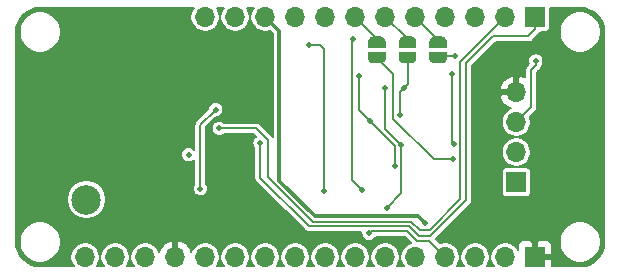
<source format=gbr>
G04 #@! TF.GenerationSoftware,KiCad,Pcbnew,(5.1.5-0-10_14)*
G04 #@! TF.CreationDate,2020-02-04T14:09:25+01:00*
G04 #@! TF.ProjectId,FeatherCAN,46656174-6865-4724-9341-4e2e6b696361,1.0*
G04 #@! TF.SameCoordinates,Original*
G04 #@! TF.FileFunction,Copper,L2,Bot*
G04 #@! TF.FilePolarity,Positive*
%FSLAX46Y46*%
G04 Gerber Fmt 4.6, Leading zero omitted, Abs format (unit mm)*
G04 Created by KiCad (PCBNEW (5.1.5-0-10_14)) date 2020-02-04 14:09:25*
%MOMM*%
%LPD*%
G04 APERTURE LIST*
%ADD10R,1.700000X1.700000*%
%ADD11O,1.700000X1.700000*%
%ADD12C,2.500000*%
%ADD13C,0.100000*%
%ADD14C,0.500000*%
%ADD15C,0.200000*%
%ADD16C,0.300000*%
G04 APERTURE END LIST*
D10*
X160650000Y-95870000D03*
D11*
X158110000Y-95870000D03*
X155570000Y-95870000D03*
X153030000Y-95870000D03*
X150490000Y-95870000D03*
X147950000Y-95870000D03*
X145410000Y-95870000D03*
X142870000Y-95870000D03*
X140330000Y-95870000D03*
X137790000Y-95870000D03*
X135250000Y-95870000D03*
X132710000Y-95870000D03*
D10*
X160650000Y-116190000D03*
D11*
X158110000Y-116190000D03*
X155570000Y-116190000D03*
X153030000Y-116190000D03*
X150490000Y-116190000D03*
X147950000Y-116190000D03*
X145410000Y-116190000D03*
X142870000Y-116190000D03*
X140330000Y-116190000D03*
X137790000Y-116190000D03*
X135250000Y-116190000D03*
X132710000Y-116190000D03*
X130170000Y-116190000D03*
X127630000Y-116190000D03*
X125090000Y-116190000D03*
X122550000Y-116190000D03*
D10*
X159050000Y-109850000D03*
D11*
X159050000Y-107310000D03*
X159050000Y-104770000D03*
X159050000Y-102230000D03*
D12*
X122650000Y-111325000D03*
G04 #@! TA.AperFunction,SMDPad,CuDef*
D13*
G36*
X150600000Y-98800000D02*
G01*
X150600000Y-99300000D01*
X150599398Y-99300000D01*
X150599398Y-99324534D01*
X150594588Y-99373365D01*
X150585016Y-99421490D01*
X150570772Y-99468445D01*
X150551995Y-99513778D01*
X150528864Y-99557051D01*
X150501604Y-99597850D01*
X150470476Y-99635779D01*
X150435779Y-99670476D01*
X150397850Y-99701604D01*
X150357051Y-99728864D01*
X150313778Y-99751995D01*
X150268445Y-99770772D01*
X150221490Y-99785016D01*
X150173365Y-99794588D01*
X150124534Y-99799398D01*
X150100000Y-99799398D01*
X150100000Y-99800000D01*
X149600000Y-99800000D01*
X149600000Y-99799398D01*
X149575466Y-99799398D01*
X149526635Y-99794588D01*
X149478510Y-99785016D01*
X149431555Y-99770772D01*
X149386222Y-99751995D01*
X149342949Y-99728864D01*
X149302150Y-99701604D01*
X149264221Y-99670476D01*
X149229524Y-99635779D01*
X149198396Y-99597850D01*
X149171136Y-99557051D01*
X149148005Y-99513778D01*
X149129228Y-99468445D01*
X149114984Y-99421490D01*
X149105412Y-99373365D01*
X149100602Y-99324534D01*
X149100602Y-99300000D01*
X149100000Y-99300000D01*
X149100000Y-98800000D01*
X150600000Y-98800000D01*
G37*
G04 #@! TD.AperFunction*
G04 #@! TA.AperFunction,SMDPad,CuDef*
G36*
X149100602Y-98000000D02*
G01*
X149100602Y-97975466D01*
X149105412Y-97926635D01*
X149114984Y-97878510D01*
X149129228Y-97831555D01*
X149148005Y-97786222D01*
X149171136Y-97742949D01*
X149198396Y-97702150D01*
X149229524Y-97664221D01*
X149264221Y-97629524D01*
X149302150Y-97598396D01*
X149342949Y-97571136D01*
X149386222Y-97548005D01*
X149431555Y-97529228D01*
X149478510Y-97514984D01*
X149526635Y-97505412D01*
X149575466Y-97500602D01*
X149600000Y-97500602D01*
X149600000Y-97500000D01*
X150100000Y-97500000D01*
X150100000Y-97500602D01*
X150124534Y-97500602D01*
X150173365Y-97505412D01*
X150221490Y-97514984D01*
X150268445Y-97529228D01*
X150313778Y-97548005D01*
X150357051Y-97571136D01*
X150397850Y-97598396D01*
X150435779Y-97629524D01*
X150470476Y-97664221D01*
X150501604Y-97702150D01*
X150528864Y-97742949D01*
X150551995Y-97786222D01*
X150570772Y-97831555D01*
X150585016Y-97878510D01*
X150594588Y-97926635D01*
X150599398Y-97975466D01*
X150599398Y-98000000D01*
X150600000Y-98000000D01*
X150600000Y-98500000D01*
X149100000Y-98500000D01*
X149100000Y-98000000D01*
X149100602Y-98000000D01*
G37*
G04 #@! TD.AperFunction*
G04 #@! TA.AperFunction,SMDPad,CuDef*
G36*
X151675602Y-98000000D02*
G01*
X151675602Y-97975466D01*
X151680412Y-97926635D01*
X151689984Y-97878510D01*
X151704228Y-97831555D01*
X151723005Y-97786222D01*
X151746136Y-97742949D01*
X151773396Y-97702150D01*
X151804524Y-97664221D01*
X151839221Y-97629524D01*
X151877150Y-97598396D01*
X151917949Y-97571136D01*
X151961222Y-97548005D01*
X152006555Y-97529228D01*
X152053510Y-97514984D01*
X152101635Y-97505412D01*
X152150466Y-97500602D01*
X152175000Y-97500602D01*
X152175000Y-97500000D01*
X152675000Y-97500000D01*
X152675000Y-97500602D01*
X152699534Y-97500602D01*
X152748365Y-97505412D01*
X152796490Y-97514984D01*
X152843445Y-97529228D01*
X152888778Y-97548005D01*
X152932051Y-97571136D01*
X152972850Y-97598396D01*
X153010779Y-97629524D01*
X153045476Y-97664221D01*
X153076604Y-97702150D01*
X153103864Y-97742949D01*
X153126995Y-97786222D01*
X153145772Y-97831555D01*
X153160016Y-97878510D01*
X153169588Y-97926635D01*
X153174398Y-97975466D01*
X153174398Y-98000000D01*
X153175000Y-98000000D01*
X153175000Y-98500000D01*
X151675000Y-98500000D01*
X151675000Y-98000000D01*
X151675602Y-98000000D01*
G37*
G04 #@! TD.AperFunction*
G04 #@! TA.AperFunction,SMDPad,CuDef*
G36*
X153175000Y-98800000D02*
G01*
X153175000Y-99300000D01*
X153174398Y-99300000D01*
X153174398Y-99324534D01*
X153169588Y-99373365D01*
X153160016Y-99421490D01*
X153145772Y-99468445D01*
X153126995Y-99513778D01*
X153103864Y-99557051D01*
X153076604Y-99597850D01*
X153045476Y-99635779D01*
X153010779Y-99670476D01*
X152972850Y-99701604D01*
X152932051Y-99728864D01*
X152888778Y-99751995D01*
X152843445Y-99770772D01*
X152796490Y-99785016D01*
X152748365Y-99794588D01*
X152699534Y-99799398D01*
X152675000Y-99799398D01*
X152675000Y-99800000D01*
X152175000Y-99800000D01*
X152175000Y-99799398D01*
X152150466Y-99799398D01*
X152101635Y-99794588D01*
X152053510Y-99785016D01*
X152006555Y-99770772D01*
X151961222Y-99751995D01*
X151917949Y-99728864D01*
X151877150Y-99701604D01*
X151839221Y-99670476D01*
X151804524Y-99635779D01*
X151773396Y-99597850D01*
X151746136Y-99557051D01*
X151723005Y-99513778D01*
X151704228Y-99468445D01*
X151689984Y-99421490D01*
X151680412Y-99373365D01*
X151675602Y-99324534D01*
X151675602Y-99300000D01*
X151675000Y-99300000D01*
X151675000Y-98800000D01*
X153175000Y-98800000D01*
G37*
G04 #@! TD.AperFunction*
G04 #@! TA.AperFunction,SMDPad,CuDef*
G36*
X148000000Y-98800000D02*
G01*
X148000000Y-99300000D01*
X147999398Y-99300000D01*
X147999398Y-99324534D01*
X147994588Y-99373365D01*
X147985016Y-99421490D01*
X147970772Y-99468445D01*
X147951995Y-99513778D01*
X147928864Y-99557051D01*
X147901604Y-99597850D01*
X147870476Y-99635779D01*
X147835779Y-99670476D01*
X147797850Y-99701604D01*
X147757051Y-99728864D01*
X147713778Y-99751995D01*
X147668445Y-99770772D01*
X147621490Y-99785016D01*
X147573365Y-99794588D01*
X147524534Y-99799398D01*
X147500000Y-99799398D01*
X147500000Y-99800000D01*
X147000000Y-99800000D01*
X147000000Y-99799398D01*
X146975466Y-99799398D01*
X146926635Y-99794588D01*
X146878510Y-99785016D01*
X146831555Y-99770772D01*
X146786222Y-99751995D01*
X146742949Y-99728864D01*
X146702150Y-99701604D01*
X146664221Y-99670476D01*
X146629524Y-99635779D01*
X146598396Y-99597850D01*
X146571136Y-99557051D01*
X146548005Y-99513778D01*
X146529228Y-99468445D01*
X146514984Y-99421490D01*
X146505412Y-99373365D01*
X146500602Y-99324534D01*
X146500602Y-99300000D01*
X146500000Y-99300000D01*
X146500000Y-98800000D01*
X148000000Y-98800000D01*
G37*
G04 #@! TD.AperFunction*
G04 #@! TA.AperFunction,SMDPad,CuDef*
G36*
X146500602Y-98000000D02*
G01*
X146500602Y-97975466D01*
X146505412Y-97926635D01*
X146514984Y-97878510D01*
X146529228Y-97831555D01*
X146548005Y-97786222D01*
X146571136Y-97742949D01*
X146598396Y-97702150D01*
X146629524Y-97664221D01*
X146664221Y-97629524D01*
X146702150Y-97598396D01*
X146742949Y-97571136D01*
X146786222Y-97548005D01*
X146831555Y-97529228D01*
X146878510Y-97514984D01*
X146926635Y-97505412D01*
X146975466Y-97500602D01*
X147000000Y-97500602D01*
X147000000Y-97500000D01*
X147500000Y-97500000D01*
X147500000Y-97500602D01*
X147524534Y-97500602D01*
X147573365Y-97505412D01*
X147621490Y-97514984D01*
X147668445Y-97529228D01*
X147713778Y-97548005D01*
X147757051Y-97571136D01*
X147797850Y-97598396D01*
X147835779Y-97629524D01*
X147870476Y-97664221D01*
X147901604Y-97702150D01*
X147928864Y-97742949D01*
X147951995Y-97786222D01*
X147970772Y-97831555D01*
X147985016Y-97878510D01*
X147994588Y-97926635D01*
X147999398Y-97975466D01*
X147999398Y-98000000D01*
X148000000Y-98000000D01*
X148000000Y-98500000D01*
X146500000Y-98500000D01*
X146500000Y-98000000D01*
X146500602Y-98000000D01*
G37*
G04 #@! TD.AperFunction*
D14*
X131300000Y-107525000D03*
X146575000Y-114175000D03*
X138850000Y-113575000D03*
X156350000Y-114125000D03*
X129800000Y-96125000D03*
X137354841Y-106545159D03*
X133900000Y-105300000D03*
X149300000Y-106700000D03*
X148100000Y-112000000D03*
X133600000Y-103700000D03*
X132300000Y-110400000D03*
X147960000Y-101900000D03*
X146000000Y-110500000D03*
X145200000Y-97700000D03*
X142800000Y-110600000D03*
X141500000Y-98200000D03*
X151300000Y-113300000D03*
X160700000Y-99600000D03*
X153750000Y-106650000D03*
X153600000Y-100700000D03*
X149500000Y-101900000D03*
X149200000Y-104200000D03*
X146700000Y-104700000D03*
X145700000Y-100900000D03*
X148750000Y-108517996D03*
X153900000Y-99175000D03*
X122100000Y-110875000D03*
X153710000Y-107910000D03*
D15*
X150684302Y-114850000D02*
X151690000Y-114850000D01*
X149834302Y-114000000D02*
X150684302Y-114850000D01*
X146750000Y-114000000D02*
X149834302Y-114000000D01*
X146575000Y-114175000D02*
X146750000Y-114000000D01*
X151690000Y-114850000D02*
X153030000Y-116190000D01*
X159385001Y-113875001D02*
X160650000Y-115140000D01*
X156599999Y-113875001D02*
X159385001Y-113875001D01*
X160650000Y-115140000D02*
X160650000Y-116190000D01*
X156350000Y-114125000D02*
X156599999Y-113875001D01*
X137354841Y-109454841D02*
X137354841Y-106545159D01*
X141500000Y-113600000D02*
X141634301Y-113600000D01*
X141634301Y-113600000D02*
X141634311Y-113600010D01*
X141500000Y-113600000D02*
X137354841Y-109454841D01*
X146335988Y-113600010D02*
X141500010Y-113600010D01*
X157100000Y-97500000D02*
X154800000Y-99800000D01*
X146336639Y-113599359D02*
X146335988Y-113600010D01*
X149999361Y-113599359D02*
X146336639Y-113599359D01*
X154800000Y-99800000D02*
X154800000Y-111379701D01*
X160650000Y-95870000D02*
X160650000Y-96920000D01*
X160070000Y-97500000D02*
X157100000Y-97500000D01*
X151779701Y-114400000D02*
X150800002Y-114400000D01*
X141500010Y-113600010D02*
X141500000Y-113600000D01*
X154800000Y-111379701D02*
X151779701Y-114400000D01*
X150800002Y-114400000D02*
X149999361Y-113599359D01*
X160650000Y-96920000D02*
X160070000Y-97500000D01*
X157260001Y-96719999D02*
X158110000Y-95870000D01*
X146170299Y-113199999D02*
X146170950Y-113199348D01*
X154300001Y-111314000D02*
X154300001Y-99679999D01*
X150865702Y-113900000D02*
X151714001Y-113900000D01*
X146170950Y-113199348D02*
X150165050Y-113199348D01*
X150165050Y-113199348D02*
X150865702Y-113900000D01*
X138000000Y-109400000D02*
X141799999Y-113199999D01*
X133900000Y-105300000D02*
X137000000Y-105300000D01*
X138000000Y-106300000D02*
X138000000Y-109400000D01*
X154300001Y-99679999D02*
X157260001Y-96719999D01*
X151714001Y-113900000D02*
X154300001Y-111314000D01*
X141799999Y-113199999D02*
X146170299Y-113199999D01*
X137000000Y-105300000D02*
X138000000Y-106300000D01*
X149300000Y-110800000D02*
X148100000Y-112000000D01*
X149300000Y-106700000D02*
X149300000Y-110800000D01*
X132300000Y-105000000D02*
X132300000Y-110400000D01*
X133600000Y-103700000D02*
X132300000Y-105000000D01*
X149300000Y-106700000D02*
X147960000Y-105360000D01*
X147960000Y-105360000D02*
X147960000Y-101900000D01*
X145149999Y-109649999D02*
X145149999Y-97750001D01*
X145149999Y-97750001D02*
X145200000Y-97700000D01*
X146000000Y-110500000D02*
X145149999Y-109649999D01*
X142800000Y-110600000D02*
X142800000Y-98600000D01*
X142400000Y-98200000D02*
X141500000Y-98200000D01*
X142800000Y-98600000D02*
X142400000Y-98200000D01*
D16*
X137790000Y-95870000D02*
X138990001Y-97070001D01*
X138990001Y-97070001D02*
X138990001Y-109753591D01*
X138990001Y-109753591D02*
X141986399Y-112749989D01*
X151050001Y-113050001D02*
X151300000Y-113300000D01*
X150749338Y-112749338D02*
X151050001Y-113050001D01*
X145984550Y-112749338D02*
X150749338Y-112749338D01*
X145983899Y-112749989D02*
X145984550Y-112749338D01*
X141986399Y-112749989D02*
X145983899Y-112749989D01*
D15*
X160300000Y-103520000D02*
X159050000Y-104770000D01*
X160300000Y-100353553D02*
X160300000Y-103520000D01*
X160700000Y-99953553D02*
X160300000Y-100353553D01*
X160700000Y-99600000D02*
X160700000Y-99953553D01*
X153600000Y-106500000D02*
X153750000Y-106650000D01*
X153600000Y-100700000D02*
X153600000Y-106500000D01*
X152425000Y-97805000D02*
X152425000Y-98000000D01*
X150490000Y-95870000D02*
X152425000Y-97805000D01*
X149850000Y-97770000D02*
X149850000Y-98000000D01*
X147950000Y-95870000D02*
X149850000Y-97770000D01*
X149200000Y-102200000D02*
X149200000Y-104200000D01*
X149500000Y-101900000D02*
X149200000Y-102200000D01*
X149850000Y-101550000D02*
X149500000Y-101900000D01*
X149850000Y-99300000D02*
X149850000Y-101550000D01*
X145700000Y-103700000D02*
X145700000Y-100900000D01*
X146700000Y-104700000D02*
X145700000Y-103700000D01*
X146700000Y-104700000D02*
X148750000Y-106750000D01*
X148750000Y-106750000D02*
X148750000Y-108517996D01*
X152550000Y-99175000D02*
X152425000Y-99300000D01*
X153900000Y-99175000D02*
X152550000Y-99175000D01*
X147250000Y-97710000D02*
X147250000Y-98000000D01*
X145410000Y-95870000D02*
X147250000Y-97710000D01*
X153356447Y-107910000D02*
X153710000Y-107910000D01*
X148649999Y-100699999D02*
X148649999Y-104464001D01*
X148649999Y-104464001D02*
X152095998Y-107910000D01*
X152095998Y-107910000D02*
X153356447Y-107910000D01*
X147250000Y-99300000D02*
X148649999Y-100699999D01*
G36*
X164860650Y-95116562D02*
G01*
X165246043Y-95232918D01*
X165601492Y-95421914D01*
X165913466Y-95676354D01*
X166170073Y-95986539D01*
X166361548Y-96340665D01*
X166480591Y-96725231D01*
X166512173Y-97025707D01*
X166507235Y-97041984D01*
X166500000Y-97115441D01*
X166500001Y-114944560D01*
X166507236Y-115018017D01*
X166511676Y-115032655D01*
X166483438Y-115320650D01*
X166367081Y-115706044D01*
X166178085Y-116061495D01*
X165923646Y-116373466D01*
X165613461Y-116630073D01*
X165259335Y-116821548D01*
X164874770Y-116940591D01*
X164574294Y-116972172D01*
X164558017Y-116967235D01*
X164484560Y-116960000D01*
X162110509Y-116960000D01*
X162108000Y-116496000D01*
X161956000Y-116344000D01*
X160804000Y-116344000D01*
X160804000Y-116364000D01*
X160496000Y-116364000D01*
X160496000Y-116344000D01*
X160476000Y-116344000D01*
X160476000Y-116036000D01*
X160496000Y-116036000D01*
X160496000Y-114884000D01*
X160804000Y-114884000D01*
X160804000Y-116036000D01*
X161956000Y-116036000D01*
X162108000Y-115884000D01*
X162110942Y-115340000D01*
X162099203Y-115220811D01*
X162064437Y-115106203D01*
X162007980Y-115000579D01*
X161932001Y-114907999D01*
X161839421Y-114832020D01*
X161733797Y-114775563D01*
X161641748Y-114747640D01*
X162710000Y-114747640D01*
X162710000Y-115092360D01*
X162777251Y-115430456D01*
X162909170Y-115748936D01*
X163100686Y-116035560D01*
X163344440Y-116279314D01*
X163631064Y-116470830D01*
X163949544Y-116602749D01*
X164287640Y-116670000D01*
X164632360Y-116670000D01*
X164970456Y-116602749D01*
X165288936Y-116470830D01*
X165575560Y-116279314D01*
X165819314Y-116035560D01*
X166010830Y-115748936D01*
X166142749Y-115430456D01*
X166210000Y-115092360D01*
X166210000Y-114747640D01*
X166142749Y-114409544D01*
X166010830Y-114091064D01*
X165819314Y-113804440D01*
X165575560Y-113560686D01*
X165288936Y-113369170D01*
X164970456Y-113237251D01*
X164632360Y-113170000D01*
X164287640Y-113170000D01*
X163949544Y-113237251D01*
X163631064Y-113369170D01*
X163344440Y-113560686D01*
X163100686Y-113804440D01*
X162909170Y-114091064D01*
X162777251Y-114409544D01*
X162710000Y-114747640D01*
X161641748Y-114747640D01*
X161619189Y-114740797D01*
X161500000Y-114729058D01*
X160956000Y-114732000D01*
X160804000Y-114884000D01*
X160496000Y-114884000D01*
X160344000Y-114732000D01*
X159800000Y-114729058D01*
X159680811Y-114740797D01*
X159566203Y-114775563D01*
X159460579Y-114832020D01*
X159367999Y-114907999D01*
X159292020Y-115000579D01*
X159235563Y-115106203D01*
X159200797Y-115220811D01*
X159189058Y-115340000D01*
X159190230Y-115556739D01*
X159080938Y-115393172D01*
X158906828Y-115219062D01*
X158702097Y-115082265D01*
X158474611Y-114988037D01*
X158233114Y-114940000D01*
X157986886Y-114940000D01*
X157745389Y-114988037D01*
X157517903Y-115082265D01*
X157313172Y-115219062D01*
X157139062Y-115393172D01*
X157002265Y-115597903D01*
X156908037Y-115825389D01*
X156860000Y-116066886D01*
X156860000Y-116313114D01*
X156908037Y-116554611D01*
X157002265Y-116782097D01*
X157121136Y-116960000D01*
X156558864Y-116960000D01*
X156677735Y-116782097D01*
X156771963Y-116554611D01*
X156820000Y-116313114D01*
X156820000Y-116066886D01*
X156771963Y-115825389D01*
X156677735Y-115597903D01*
X156540938Y-115393172D01*
X156366828Y-115219062D01*
X156162097Y-115082265D01*
X155934611Y-114988037D01*
X155693114Y-114940000D01*
X155446886Y-114940000D01*
X155205389Y-114988037D01*
X154977903Y-115082265D01*
X154773172Y-115219062D01*
X154599062Y-115393172D01*
X154462265Y-115597903D01*
X154368037Y-115825389D01*
X154320000Y-116066886D01*
X154320000Y-116313114D01*
X154368037Y-116554611D01*
X154462265Y-116782097D01*
X154581136Y-116960000D01*
X154018864Y-116960000D01*
X154137735Y-116782097D01*
X154231963Y-116554611D01*
X154280000Y-116313114D01*
X154280000Y-116066886D01*
X154231963Y-115825389D01*
X154137735Y-115597903D01*
X154000938Y-115393172D01*
X153826828Y-115219062D01*
X153622097Y-115082265D01*
X153394611Y-114988037D01*
X153153114Y-114940000D01*
X152906886Y-114940000D01*
X152665389Y-114988037D01*
X152573291Y-115026185D01*
X152216956Y-114669850D01*
X155136187Y-111750621D01*
X155155264Y-111734965D01*
X155217746Y-111658830D01*
X155264175Y-111571968D01*
X155292765Y-111477718D01*
X155300000Y-111404261D01*
X155302419Y-111379701D01*
X155300000Y-111355141D01*
X155300000Y-109000000D01*
X157798065Y-109000000D01*
X157798065Y-110700000D01*
X157805788Y-110778414D01*
X157828660Y-110853814D01*
X157865803Y-110923303D01*
X157915789Y-110984211D01*
X157976697Y-111034197D01*
X158046186Y-111071340D01*
X158121586Y-111094212D01*
X158200000Y-111101935D01*
X159900000Y-111101935D01*
X159978414Y-111094212D01*
X160053814Y-111071340D01*
X160123303Y-111034197D01*
X160184211Y-110984211D01*
X160234197Y-110923303D01*
X160271340Y-110853814D01*
X160294212Y-110778414D01*
X160301935Y-110700000D01*
X160301935Y-109000000D01*
X160294212Y-108921586D01*
X160271340Y-108846186D01*
X160234197Y-108776697D01*
X160184211Y-108715789D01*
X160123303Y-108665803D01*
X160053814Y-108628660D01*
X159978414Y-108605788D01*
X159900000Y-108598065D01*
X158200000Y-108598065D01*
X158121586Y-108605788D01*
X158046186Y-108628660D01*
X157976697Y-108665803D01*
X157915789Y-108715789D01*
X157865803Y-108776697D01*
X157828660Y-108846186D01*
X157805788Y-108921586D01*
X157798065Y-109000000D01*
X155300000Y-109000000D01*
X155300000Y-107186886D01*
X157800000Y-107186886D01*
X157800000Y-107433114D01*
X157848037Y-107674611D01*
X157942265Y-107902097D01*
X158079062Y-108106828D01*
X158253172Y-108280938D01*
X158457903Y-108417735D01*
X158685389Y-108511963D01*
X158926886Y-108560000D01*
X159173114Y-108560000D01*
X159414611Y-108511963D01*
X159642097Y-108417735D01*
X159846828Y-108280938D01*
X160020938Y-108106828D01*
X160157735Y-107902097D01*
X160251963Y-107674611D01*
X160300000Y-107433114D01*
X160300000Y-107186886D01*
X160251963Y-106945389D01*
X160157735Y-106717903D01*
X160020938Y-106513172D01*
X159846828Y-106339062D01*
X159642097Y-106202265D01*
X159414611Y-106108037D01*
X159173114Y-106060000D01*
X158926886Y-106060000D01*
X158685389Y-106108037D01*
X158457903Y-106202265D01*
X158253172Y-106339062D01*
X158079062Y-106513172D01*
X157942265Y-106717903D01*
X157848037Y-106945389D01*
X157800000Y-107186886D01*
X155300000Y-107186886D01*
X155300000Y-102608910D01*
X157642097Y-102608910D01*
X157668854Y-102697139D01*
X157786527Y-102957611D01*
X157952754Y-103190122D01*
X158161148Y-103385736D01*
X158403700Y-103536935D01*
X158590330Y-103607412D01*
X158457903Y-103662265D01*
X158253172Y-103799062D01*
X158079062Y-103973172D01*
X157942265Y-104177903D01*
X157848037Y-104405389D01*
X157800000Y-104646886D01*
X157800000Y-104893114D01*
X157848037Y-105134611D01*
X157942265Y-105362097D01*
X158079062Y-105566828D01*
X158253172Y-105740938D01*
X158457903Y-105877735D01*
X158685389Y-105971963D01*
X158926886Y-106020000D01*
X159173114Y-106020000D01*
X159414611Y-105971963D01*
X159642097Y-105877735D01*
X159846828Y-105740938D01*
X160020938Y-105566828D01*
X160157735Y-105362097D01*
X160251963Y-105134611D01*
X160300000Y-104893114D01*
X160300000Y-104646886D01*
X160251963Y-104405389D01*
X160213815Y-104313291D01*
X160636181Y-103890925D01*
X160655264Y-103875264D01*
X160717746Y-103799129D01*
X160764175Y-103712267D01*
X160792765Y-103618017D01*
X160800000Y-103544560D01*
X160802419Y-103520000D01*
X160800000Y-103495440D01*
X160800000Y-100560659D01*
X161036186Y-100324474D01*
X161055264Y-100308817D01*
X161117746Y-100232682D01*
X161164175Y-100145820D01*
X161192765Y-100051569D01*
X161195507Y-100023732D01*
X161204888Y-100014351D01*
X161276022Y-99907890D01*
X161325021Y-99789598D01*
X161350000Y-99664019D01*
X161350000Y-99535981D01*
X161325021Y-99410402D01*
X161276022Y-99292110D01*
X161204888Y-99185649D01*
X161114351Y-99095112D01*
X161007890Y-99023978D01*
X160889598Y-98974979D01*
X160764019Y-98950000D01*
X160635981Y-98950000D01*
X160510402Y-98974979D01*
X160392110Y-99023978D01*
X160285649Y-99095112D01*
X160195112Y-99185649D01*
X160123978Y-99292110D01*
X160074979Y-99410402D01*
X160050000Y-99535981D01*
X160050000Y-99664019D01*
X160074979Y-99789598D01*
X160098959Y-99847489D01*
X159963823Y-99982625D01*
X159944736Y-99998289D01*
X159882254Y-100074424D01*
X159835825Y-100161287D01*
X159821887Y-100207235D01*
X159807235Y-100255536D01*
X159797581Y-100353553D01*
X159800000Y-100378113D01*
X159800000Y-100987708D01*
X159696300Y-100923065D01*
X159428911Y-100822091D01*
X159204000Y-100932150D01*
X159204000Y-102076000D01*
X159224000Y-102076000D01*
X159224000Y-102384000D01*
X159204000Y-102384000D01*
X159204000Y-102404000D01*
X158896000Y-102404000D01*
X158896000Y-102384000D01*
X157753111Y-102384000D01*
X157642097Y-102608910D01*
X155300000Y-102608910D01*
X155300000Y-101851090D01*
X157642097Y-101851090D01*
X157753111Y-102076000D01*
X158896000Y-102076000D01*
X158896000Y-100932150D01*
X158671089Y-100822091D01*
X158403700Y-100923065D01*
X158161148Y-101074264D01*
X157952754Y-101269878D01*
X157786527Y-101502389D01*
X157668854Y-101762861D01*
X157642097Y-101851090D01*
X155300000Y-101851090D01*
X155300000Y-100007105D01*
X157307106Y-98000000D01*
X160045440Y-98000000D01*
X160070000Y-98002419D01*
X160094560Y-98000000D01*
X160168017Y-97992765D01*
X160262267Y-97964175D01*
X160349129Y-97917746D01*
X160425264Y-97855264D01*
X160440929Y-97836177D01*
X160986186Y-97290920D01*
X161005264Y-97275264D01*
X161067746Y-97199129D01*
X161109007Y-97121935D01*
X161500000Y-97121935D01*
X161578414Y-97114212D01*
X161653814Y-97091340D01*
X161723303Y-97054197D01*
X161784211Y-97004211D01*
X161814224Y-96967640D01*
X162710000Y-96967640D01*
X162710000Y-97312360D01*
X162777251Y-97650456D01*
X162909170Y-97968936D01*
X163100686Y-98255560D01*
X163344440Y-98499314D01*
X163631064Y-98690830D01*
X163949544Y-98822749D01*
X164287640Y-98890000D01*
X164632360Y-98890000D01*
X164970456Y-98822749D01*
X165288936Y-98690830D01*
X165575560Y-98499314D01*
X165819314Y-98255560D01*
X166010830Y-97968936D01*
X166142749Y-97650456D01*
X166210000Y-97312360D01*
X166210000Y-96967640D01*
X166142749Y-96629544D01*
X166010830Y-96311064D01*
X165819314Y-96024440D01*
X165575560Y-95780686D01*
X165288936Y-95589170D01*
X164970456Y-95457251D01*
X164632360Y-95390000D01*
X164287640Y-95390000D01*
X163949544Y-95457251D01*
X163631064Y-95589170D01*
X163344440Y-95780686D01*
X163100686Y-96024440D01*
X162909170Y-96311064D01*
X162777251Y-96629544D01*
X162710000Y-96967640D01*
X161814224Y-96967640D01*
X161834197Y-96943303D01*
X161871340Y-96873814D01*
X161894212Y-96798414D01*
X161901935Y-96720000D01*
X161901935Y-95100000D01*
X164484560Y-95100000D01*
X164558017Y-95092765D01*
X164572657Y-95088324D01*
X164860650Y-95116562D01*
G37*
X164860650Y-95116562D02*
X165246043Y-95232918D01*
X165601492Y-95421914D01*
X165913466Y-95676354D01*
X166170073Y-95986539D01*
X166361548Y-96340665D01*
X166480591Y-96725231D01*
X166512173Y-97025707D01*
X166507235Y-97041984D01*
X166500000Y-97115441D01*
X166500001Y-114944560D01*
X166507236Y-115018017D01*
X166511676Y-115032655D01*
X166483438Y-115320650D01*
X166367081Y-115706044D01*
X166178085Y-116061495D01*
X165923646Y-116373466D01*
X165613461Y-116630073D01*
X165259335Y-116821548D01*
X164874770Y-116940591D01*
X164574294Y-116972172D01*
X164558017Y-116967235D01*
X164484560Y-116960000D01*
X162110509Y-116960000D01*
X162108000Y-116496000D01*
X161956000Y-116344000D01*
X160804000Y-116344000D01*
X160804000Y-116364000D01*
X160496000Y-116364000D01*
X160496000Y-116344000D01*
X160476000Y-116344000D01*
X160476000Y-116036000D01*
X160496000Y-116036000D01*
X160496000Y-114884000D01*
X160804000Y-114884000D01*
X160804000Y-116036000D01*
X161956000Y-116036000D01*
X162108000Y-115884000D01*
X162110942Y-115340000D01*
X162099203Y-115220811D01*
X162064437Y-115106203D01*
X162007980Y-115000579D01*
X161932001Y-114907999D01*
X161839421Y-114832020D01*
X161733797Y-114775563D01*
X161641748Y-114747640D01*
X162710000Y-114747640D01*
X162710000Y-115092360D01*
X162777251Y-115430456D01*
X162909170Y-115748936D01*
X163100686Y-116035560D01*
X163344440Y-116279314D01*
X163631064Y-116470830D01*
X163949544Y-116602749D01*
X164287640Y-116670000D01*
X164632360Y-116670000D01*
X164970456Y-116602749D01*
X165288936Y-116470830D01*
X165575560Y-116279314D01*
X165819314Y-116035560D01*
X166010830Y-115748936D01*
X166142749Y-115430456D01*
X166210000Y-115092360D01*
X166210000Y-114747640D01*
X166142749Y-114409544D01*
X166010830Y-114091064D01*
X165819314Y-113804440D01*
X165575560Y-113560686D01*
X165288936Y-113369170D01*
X164970456Y-113237251D01*
X164632360Y-113170000D01*
X164287640Y-113170000D01*
X163949544Y-113237251D01*
X163631064Y-113369170D01*
X163344440Y-113560686D01*
X163100686Y-113804440D01*
X162909170Y-114091064D01*
X162777251Y-114409544D01*
X162710000Y-114747640D01*
X161641748Y-114747640D01*
X161619189Y-114740797D01*
X161500000Y-114729058D01*
X160956000Y-114732000D01*
X160804000Y-114884000D01*
X160496000Y-114884000D01*
X160344000Y-114732000D01*
X159800000Y-114729058D01*
X159680811Y-114740797D01*
X159566203Y-114775563D01*
X159460579Y-114832020D01*
X159367999Y-114907999D01*
X159292020Y-115000579D01*
X159235563Y-115106203D01*
X159200797Y-115220811D01*
X159189058Y-115340000D01*
X159190230Y-115556739D01*
X159080938Y-115393172D01*
X158906828Y-115219062D01*
X158702097Y-115082265D01*
X158474611Y-114988037D01*
X158233114Y-114940000D01*
X157986886Y-114940000D01*
X157745389Y-114988037D01*
X157517903Y-115082265D01*
X157313172Y-115219062D01*
X157139062Y-115393172D01*
X157002265Y-115597903D01*
X156908037Y-115825389D01*
X156860000Y-116066886D01*
X156860000Y-116313114D01*
X156908037Y-116554611D01*
X157002265Y-116782097D01*
X157121136Y-116960000D01*
X156558864Y-116960000D01*
X156677735Y-116782097D01*
X156771963Y-116554611D01*
X156820000Y-116313114D01*
X156820000Y-116066886D01*
X156771963Y-115825389D01*
X156677735Y-115597903D01*
X156540938Y-115393172D01*
X156366828Y-115219062D01*
X156162097Y-115082265D01*
X155934611Y-114988037D01*
X155693114Y-114940000D01*
X155446886Y-114940000D01*
X155205389Y-114988037D01*
X154977903Y-115082265D01*
X154773172Y-115219062D01*
X154599062Y-115393172D01*
X154462265Y-115597903D01*
X154368037Y-115825389D01*
X154320000Y-116066886D01*
X154320000Y-116313114D01*
X154368037Y-116554611D01*
X154462265Y-116782097D01*
X154581136Y-116960000D01*
X154018864Y-116960000D01*
X154137735Y-116782097D01*
X154231963Y-116554611D01*
X154280000Y-116313114D01*
X154280000Y-116066886D01*
X154231963Y-115825389D01*
X154137735Y-115597903D01*
X154000938Y-115393172D01*
X153826828Y-115219062D01*
X153622097Y-115082265D01*
X153394611Y-114988037D01*
X153153114Y-114940000D01*
X152906886Y-114940000D01*
X152665389Y-114988037D01*
X152573291Y-115026185D01*
X152216956Y-114669850D01*
X155136187Y-111750621D01*
X155155264Y-111734965D01*
X155217746Y-111658830D01*
X155264175Y-111571968D01*
X155292765Y-111477718D01*
X155300000Y-111404261D01*
X155302419Y-111379701D01*
X155300000Y-111355141D01*
X155300000Y-109000000D01*
X157798065Y-109000000D01*
X157798065Y-110700000D01*
X157805788Y-110778414D01*
X157828660Y-110853814D01*
X157865803Y-110923303D01*
X157915789Y-110984211D01*
X157976697Y-111034197D01*
X158046186Y-111071340D01*
X158121586Y-111094212D01*
X158200000Y-111101935D01*
X159900000Y-111101935D01*
X159978414Y-111094212D01*
X160053814Y-111071340D01*
X160123303Y-111034197D01*
X160184211Y-110984211D01*
X160234197Y-110923303D01*
X160271340Y-110853814D01*
X160294212Y-110778414D01*
X160301935Y-110700000D01*
X160301935Y-109000000D01*
X160294212Y-108921586D01*
X160271340Y-108846186D01*
X160234197Y-108776697D01*
X160184211Y-108715789D01*
X160123303Y-108665803D01*
X160053814Y-108628660D01*
X159978414Y-108605788D01*
X159900000Y-108598065D01*
X158200000Y-108598065D01*
X158121586Y-108605788D01*
X158046186Y-108628660D01*
X157976697Y-108665803D01*
X157915789Y-108715789D01*
X157865803Y-108776697D01*
X157828660Y-108846186D01*
X157805788Y-108921586D01*
X157798065Y-109000000D01*
X155300000Y-109000000D01*
X155300000Y-107186886D01*
X157800000Y-107186886D01*
X157800000Y-107433114D01*
X157848037Y-107674611D01*
X157942265Y-107902097D01*
X158079062Y-108106828D01*
X158253172Y-108280938D01*
X158457903Y-108417735D01*
X158685389Y-108511963D01*
X158926886Y-108560000D01*
X159173114Y-108560000D01*
X159414611Y-108511963D01*
X159642097Y-108417735D01*
X159846828Y-108280938D01*
X160020938Y-108106828D01*
X160157735Y-107902097D01*
X160251963Y-107674611D01*
X160300000Y-107433114D01*
X160300000Y-107186886D01*
X160251963Y-106945389D01*
X160157735Y-106717903D01*
X160020938Y-106513172D01*
X159846828Y-106339062D01*
X159642097Y-106202265D01*
X159414611Y-106108037D01*
X159173114Y-106060000D01*
X158926886Y-106060000D01*
X158685389Y-106108037D01*
X158457903Y-106202265D01*
X158253172Y-106339062D01*
X158079062Y-106513172D01*
X157942265Y-106717903D01*
X157848037Y-106945389D01*
X157800000Y-107186886D01*
X155300000Y-107186886D01*
X155300000Y-102608910D01*
X157642097Y-102608910D01*
X157668854Y-102697139D01*
X157786527Y-102957611D01*
X157952754Y-103190122D01*
X158161148Y-103385736D01*
X158403700Y-103536935D01*
X158590330Y-103607412D01*
X158457903Y-103662265D01*
X158253172Y-103799062D01*
X158079062Y-103973172D01*
X157942265Y-104177903D01*
X157848037Y-104405389D01*
X157800000Y-104646886D01*
X157800000Y-104893114D01*
X157848037Y-105134611D01*
X157942265Y-105362097D01*
X158079062Y-105566828D01*
X158253172Y-105740938D01*
X158457903Y-105877735D01*
X158685389Y-105971963D01*
X158926886Y-106020000D01*
X159173114Y-106020000D01*
X159414611Y-105971963D01*
X159642097Y-105877735D01*
X159846828Y-105740938D01*
X160020938Y-105566828D01*
X160157735Y-105362097D01*
X160251963Y-105134611D01*
X160300000Y-104893114D01*
X160300000Y-104646886D01*
X160251963Y-104405389D01*
X160213815Y-104313291D01*
X160636181Y-103890925D01*
X160655264Y-103875264D01*
X160717746Y-103799129D01*
X160764175Y-103712267D01*
X160792765Y-103618017D01*
X160800000Y-103544560D01*
X160802419Y-103520000D01*
X160800000Y-103495440D01*
X160800000Y-100560659D01*
X161036186Y-100324474D01*
X161055264Y-100308817D01*
X161117746Y-100232682D01*
X161164175Y-100145820D01*
X161192765Y-100051569D01*
X161195507Y-100023732D01*
X161204888Y-100014351D01*
X161276022Y-99907890D01*
X161325021Y-99789598D01*
X161350000Y-99664019D01*
X161350000Y-99535981D01*
X161325021Y-99410402D01*
X161276022Y-99292110D01*
X161204888Y-99185649D01*
X161114351Y-99095112D01*
X161007890Y-99023978D01*
X160889598Y-98974979D01*
X160764019Y-98950000D01*
X160635981Y-98950000D01*
X160510402Y-98974979D01*
X160392110Y-99023978D01*
X160285649Y-99095112D01*
X160195112Y-99185649D01*
X160123978Y-99292110D01*
X160074979Y-99410402D01*
X160050000Y-99535981D01*
X160050000Y-99664019D01*
X160074979Y-99789598D01*
X160098959Y-99847489D01*
X159963823Y-99982625D01*
X159944736Y-99998289D01*
X159882254Y-100074424D01*
X159835825Y-100161287D01*
X159821887Y-100207235D01*
X159807235Y-100255536D01*
X159797581Y-100353553D01*
X159800000Y-100378113D01*
X159800000Y-100987708D01*
X159696300Y-100923065D01*
X159428911Y-100822091D01*
X159204000Y-100932150D01*
X159204000Y-102076000D01*
X159224000Y-102076000D01*
X159224000Y-102384000D01*
X159204000Y-102384000D01*
X159204000Y-102404000D01*
X158896000Y-102404000D01*
X158896000Y-102384000D01*
X157753111Y-102384000D01*
X157642097Y-102608910D01*
X155300000Y-102608910D01*
X155300000Y-101851090D01*
X157642097Y-101851090D01*
X157753111Y-102076000D01*
X158896000Y-102076000D01*
X158896000Y-100932150D01*
X158671089Y-100822091D01*
X158403700Y-100923065D01*
X158161148Y-101074264D01*
X157952754Y-101269878D01*
X157786527Y-101502389D01*
X157668854Y-101762861D01*
X157642097Y-101851090D01*
X155300000Y-101851090D01*
X155300000Y-100007105D01*
X157307106Y-98000000D01*
X160045440Y-98000000D01*
X160070000Y-98002419D01*
X160094560Y-98000000D01*
X160168017Y-97992765D01*
X160262267Y-97964175D01*
X160349129Y-97917746D01*
X160425264Y-97855264D01*
X160440929Y-97836177D01*
X160986186Y-97290920D01*
X161005264Y-97275264D01*
X161067746Y-97199129D01*
X161109007Y-97121935D01*
X161500000Y-97121935D01*
X161578414Y-97114212D01*
X161653814Y-97091340D01*
X161723303Y-97054197D01*
X161784211Y-97004211D01*
X161814224Y-96967640D01*
X162710000Y-96967640D01*
X162710000Y-97312360D01*
X162777251Y-97650456D01*
X162909170Y-97968936D01*
X163100686Y-98255560D01*
X163344440Y-98499314D01*
X163631064Y-98690830D01*
X163949544Y-98822749D01*
X164287640Y-98890000D01*
X164632360Y-98890000D01*
X164970456Y-98822749D01*
X165288936Y-98690830D01*
X165575560Y-98499314D01*
X165819314Y-98255560D01*
X166010830Y-97968936D01*
X166142749Y-97650456D01*
X166210000Y-97312360D01*
X166210000Y-96967640D01*
X166142749Y-96629544D01*
X166010830Y-96311064D01*
X165819314Y-96024440D01*
X165575560Y-95780686D01*
X165288936Y-95589170D01*
X164970456Y-95457251D01*
X164632360Y-95390000D01*
X164287640Y-95390000D01*
X163949544Y-95457251D01*
X163631064Y-95589170D01*
X163344440Y-95780686D01*
X163100686Y-96024440D01*
X162909170Y-96311064D01*
X162777251Y-96629544D01*
X162710000Y-96967640D01*
X161814224Y-96967640D01*
X161834197Y-96943303D01*
X161871340Y-96873814D01*
X161894212Y-96798414D01*
X161901935Y-96720000D01*
X161901935Y-95100000D01*
X164484560Y-95100000D01*
X164558017Y-95092765D01*
X164572657Y-95088324D01*
X164860650Y-95116562D01*
G36*
X118641983Y-95092765D02*
G01*
X118715440Y-95100000D01*
X131721136Y-95100000D01*
X131602265Y-95277903D01*
X131508037Y-95505389D01*
X131460000Y-95746886D01*
X131460000Y-95993114D01*
X131508037Y-96234611D01*
X131602265Y-96462097D01*
X131739062Y-96666828D01*
X131913172Y-96840938D01*
X132117903Y-96977735D01*
X132345389Y-97071963D01*
X132586886Y-97120000D01*
X132833114Y-97120000D01*
X133074611Y-97071963D01*
X133302097Y-96977735D01*
X133506828Y-96840938D01*
X133680938Y-96666828D01*
X133817735Y-96462097D01*
X133911963Y-96234611D01*
X133960000Y-95993114D01*
X133960000Y-95746886D01*
X133911963Y-95505389D01*
X133817735Y-95277903D01*
X133698864Y-95100000D01*
X134261136Y-95100000D01*
X134142265Y-95277903D01*
X134048037Y-95505389D01*
X134000000Y-95746886D01*
X134000000Y-95993114D01*
X134048037Y-96234611D01*
X134142265Y-96462097D01*
X134279062Y-96666828D01*
X134453172Y-96840938D01*
X134657903Y-96977735D01*
X134885389Y-97071963D01*
X135126886Y-97120000D01*
X135373114Y-97120000D01*
X135614611Y-97071963D01*
X135842097Y-96977735D01*
X136046828Y-96840938D01*
X136220938Y-96666828D01*
X136357735Y-96462097D01*
X136451963Y-96234611D01*
X136500000Y-95993114D01*
X136500000Y-95746886D01*
X136451963Y-95505389D01*
X136357735Y-95277903D01*
X136238864Y-95100000D01*
X136801136Y-95100000D01*
X136682265Y-95277903D01*
X136588037Y-95505389D01*
X136540000Y-95746886D01*
X136540000Y-95993114D01*
X136588037Y-96234611D01*
X136682265Y-96462097D01*
X136819062Y-96666828D01*
X136993172Y-96840938D01*
X137197903Y-96977735D01*
X137425389Y-97071963D01*
X137666886Y-97120000D01*
X137913114Y-97120000D01*
X138154611Y-97071963D01*
X138196709Y-97054526D01*
X138440001Y-97297818D01*
X138440002Y-106062508D01*
X138417746Y-106020871D01*
X138355264Y-105944736D01*
X138336187Y-105929080D01*
X137370929Y-104963824D01*
X137355264Y-104944736D01*
X137279129Y-104882254D01*
X137192267Y-104835825D01*
X137098017Y-104807235D01*
X137024560Y-104800000D01*
X137000000Y-104797581D01*
X136975440Y-104800000D01*
X134319239Y-104800000D01*
X134314351Y-104795112D01*
X134207890Y-104723978D01*
X134089598Y-104674979D01*
X133964019Y-104650000D01*
X133835981Y-104650000D01*
X133710402Y-104674979D01*
X133592110Y-104723978D01*
X133485649Y-104795112D01*
X133395112Y-104885649D01*
X133323978Y-104992110D01*
X133274979Y-105110402D01*
X133250000Y-105235981D01*
X133250000Y-105364019D01*
X133274979Y-105489598D01*
X133323978Y-105607890D01*
X133395112Y-105714351D01*
X133485649Y-105804888D01*
X133592110Y-105876022D01*
X133710402Y-105925021D01*
X133835981Y-105950000D01*
X133964019Y-105950000D01*
X134089598Y-105925021D01*
X134207890Y-105876022D01*
X134314351Y-105804888D01*
X134319239Y-105800000D01*
X136792895Y-105800000D01*
X136996045Y-106003151D01*
X136940490Y-106040271D01*
X136849953Y-106130808D01*
X136778819Y-106237269D01*
X136729820Y-106355561D01*
X136704841Y-106481140D01*
X136704841Y-106609178D01*
X136729820Y-106734757D01*
X136778819Y-106853049D01*
X136849953Y-106959510D01*
X136854842Y-106964399D01*
X136854841Y-109430281D01*
X136852422Y-109454841D01*
X136854841Y-109479400D01*
X136862076Y-109552857D01*
X136890666Y-109647107D01*
X136937095Y-109733970D01*
X136999577Y-109810105D01*
X137018665Y-109825770D01*
X141129075Y-113936181D01*
X141144736Y-113955264D01*
X141144746Y-113955274D01*
X141220881Y-114017756D01*
X141307743Y-114064185D01*
X141401993Y-114092775D01*
X141475450Y-114100010D01*
X141475452Y-114100010D01*
X141500009Y-114102429D01*
X141524567Y-114100010D01*
X141609753Y-114100010D01*
X141634310Y-114102429D01*
X141658868Y-114100010D01*
X145927182Y-114100010D01*
X145925000Y-114110981D01*
X145925000Y-114239019D01*
X145949979Y-114364598D01*
X145998978Y-114482890D01*
X146070112Y-114589351D01*
X146160649Y-114679888D01*
X146267110Y-114751022D01*
X146385402Y-114800021D01*
X146510981Y-114825000D01*
X146639019Y-114825000D01*
X146764598Y-114800021D01*
X146882890Y-114751022D01*
X146989351Y-114679888D01*
X147079888Y-114589351D01*
X147139590Y-114500000D01*
X149627197Y-114500000D01*
X150118207Y-114991012D01*
X149897903Y-115082265D01*
X149693172Y-115219062D01*
X149519062Y-115393172D01*
X149382265Y-115597903D01*
X149288037Y-115825389D01*
X149240000Y-116066886D01*
X149240000Y-116313114D01*
X149288037Y-116554611D01*
X149382265Y-116782097D01*
X149501136Y-116960000D01*
X148938864Y-116960000D01*
X149057735Y-116782097D01*
X149151963Y-116554611D01*
X149200000Y-116313114D01*
X149200000Y-116066886D01*
X149151963Y-115825389D01*
X149057735Y-115597903D01*
X148920938Y-115393172D01*
X148746828Y-115219062D01*
X148542097Y-115082265D01*
X148314611Y-114988037D01*
X148073114Y-114940000D01*
X147826886Y-114940000D01*
X147585389Y-114988037D01*
X147357903Y-115082265D01*
X147153172Y-115219062D01*
X146979062Y-115393172D01*
X146842265Y-115597903D01*
X146748037Y-115825389D01*
X146700000Y-116066886D01*
X146700000Y-116313114D01*
X146748037Y-116554611D01*
X146842265Y-116782097D01*
X146961136Y-116960000D01*
X146398864Y-116960000D01*
X146517735Y-116782097D01*
X146611963Y-116554611D01*
X146660000Y-116313114D01*
X146660000Y-116066886D01*
X146611963Y-115825389D01*
X146517735Y-115597903D01*
X146380938Y-115393172D01*
X146206828Y-115219062D01*
X146002097Y-115082265D01*
X145774611Y-114988037D01*
X145533114Y-114940000D01*
X145286886Y-114940000D01*
X145045389Y-114988037D01*
X144817903Y-115082265D01*
X144613172Y-115219062D01*
X144439062Y-115393172D01*
X144302265Y-115597903D01*
X144208037Y-115825389D01*
X144160000Y-116066886D01*
X144160000Y-116313114D01*
X144208037Y-116554611D01*
X144302265Y-116782097D01*
X144421136Y-116960000D01*
X143858864Y-116960000D01*
X143977735Y-116782097D01*
X144071963Y-116554611D01*
X144120000Y-116313114D01*
X144120000Y-116066886D01*
X144071963Y-115825389D01*
X143977735Y-115597903D01*
X143840938Y-115393172D01*
X143666828Y-115219062D01*
X143462097Y-115082265D01*
X143234611Y-114988037D01*
X142993114Y-114940000D01*
X142746886Y-114940000D01*
X142505389Y-114988037D01*
X142277903Y-115082265D01*
X142073172Y-115219062D01*
X141899062Y-115393172D01*
X141762265Y-115597903D01*
X141668037Y-115825389D01*
X141620000Y-116066886D01*
X141620000Y-116313114D01*
X141668037Y-116554611D01*
X141762265Y-116782097D01*
X141881136Y-116960000D01*
X141318864Y-116960000D01*
X141437735Y-116782097D01*
X141531963Y-116554611D01*
X141580000Y-116313114D01*
X141580000Y-116066886D01*
X141531963Y-115825389D01*
X141437735Y-115597903D01*
X141300938Y-115393172D01*
X141126828Y-115219062D01*
X140922097Y-115082265D01*
X140694611Y-114988037D01*
X140453114Y-114940000D01*
X140206886Y-114940000D01*
X139965389Y-114988037D01*
X139737903Y-115082265D01*
X139533172Y-115219062D01*
X139359062Y-115393172D01*
X139222265Y-115597903D01*
X139128037Y-115825389D01*
X139080000Y-116066886D01*
X139080000Y-116313114D01*
X139128037Y-116554611D01*
X139222265Y-116782097D01*
X139341136Y-116960000D01*
X138778864Y-116960000D01*
X138897735Y-116782097D01*
X138991963Y-116554611D01*
X139040000Y-116313114D01*
X139040000Y-116066886D01*
X138991963Y-115825389D01*
X138897735Y-115597903D01*
X138760938Y-115393172D01*
X138586828Y-115219062D01*
X138382097Y-115082265D01*
X138154611Y-114988037D01*
X137913114Y-114940000D01*
X137666886Y-114940000D01*
X137425389Y-114988037D01*
X137197903Y-115082265D01*
X136993172Y-115219062D01*
X136819062Y-115393172D01*
X136682265Y-115597903D01*
X136588037Y-115825389D01*
X136540000Y-116066886D01*
X136540000Y-116313114D01*
X136588037Y-116554611D01*
X136682265Y-116782097D01*
X136801136Y-116960000D01*
X136238864Y-116960000D01*
X136357735Y-116782097D01*
X136451963Y-116554611D01*
X136500000Y-116313114D01*
X136500000Y-116066886D01*
X136451963Y-115825389D01*
X136357735Y-115597903D01*
X136220938Y-115393172D01*
X136046828Y-115219062D01*
X135842097Y-115082265D01*
X135614611Y-114988037D01*
X135373114Y-114940000D01*
X135126886Y-114940000D01*
X134885389Y-114988037D01*
X134657903Y-115082265D01*
X134453172Y-115219062D01*
X134279062Y-115393172D01*
X134142265Y-115597903D01*
X134048037Y-115825389D01*
X134000000Y-116066886D01*
X134000000Y-116313114D01*
X134048037Y-116554611D01*
X134142265Y-116782097D01*
X134261136Y-116960000D01*
X133698864Y-116960000D01*
X133817735Y-116782097D01*
X133911963Y-116554611D01*
X133960000Y-116313114D01*
X133960000Y-116066886D01*
X133911963Y-115825389D01*
X133817735Y-115597903D01*
X133680938Y-115393172D01*
X133506828Y-115219062D01*
X133302097Y-115082265D01*
X133074611Y-114988037D01*
X132833114Y-114940000D01*
X132586886Y-114940000D01*
X132345389Y-114988037D01*
X132117903Y-115082265D01*
X131913172Y-115219062D01*
X131739062Y-115393172D01*
X131602265Y-115597903D01*
X131547412Y-115730330D01*
X131476935Y-115543700D01*
X131325736Y-115301148D01*
X131130122Y-115092754D01*
X130897611Y-114926527D01*
X130637139Y-114808854D01*
X130548910Y-114782097D01*
X130324000Y-114893111D01*
X130324000Y-116036000D01*
X130344000Y-116036000D01*
X130344000Y-116344000D01*
X130324000Y-116344000D01*
X130324000Y-116364000D01*
X130016000Y-116364000D01*
X130016000Y-116344000D01*
X129996000Y-116344000D01*
X129996000Y-116036000D01*
X130016000Y-116036000D01*
X130016000Y-114893111D01*
X129791090Y-114782097D01*
X129702861Y-114808854D01*
X129442389Y-114926527D01*
X129209878Y-115092754D01*
X129014264Y-115301148D01*
X128863065Y-115543700D01*
X128792588Y-115730330D01*
X128737735Y-115597903D01*
X128600938Y-115393172D01*
X128426828Y-115219062D01*
X128222097Y-115082265D01*
X127994611Y-114988037D01*
X127753114Y-114940000D01*
X127506886Y-114940000D01*
X127265389Y-114988037D01*
X127037903Y-115082265D01*
X126833172Y-115219062D01*
X126659062Y-115393172D01*
X126522265Y-115597903D01*
X126428037Y-115825389D01*
X126380000Y-116066886D01*
X126380000Y-116313114D01*
X126428037Y-116554611D01*
X126522265Y-116782097D01*
X126641136Y-116960000D01*
X126078864Y-116960000D01*
X126197735Y-116782097D01*
X126291963Y-116554611D01*
X126340000Y-116313114D01*
X126340000Y-116066886D01*
X126291963Y-115825389D01*
X126197735Y-115597903D01*
X126060938Y-115393172D01*
X125886828Y-115219062D01*
X125682097Y-115082265D01*
X125454611Y-114988037D01*
X125213114Y-114940000D01*
X124966886Y-114940000D01*
X124725389Y-114988037D01*
X124497903Y-115082265D01*
X124293172Y-115219062D01*
X124119062Y-115393172D01*
X123982265Y-115597903D01*
X123888037Y-115825389D01*
X123840000Y-116066886D01*
X123840000Y-116313114D01*
X123888037Y-116554611D01*
X123982265Y-116782097D01*
X124101136Y-116960000D01*
X123538864Y-116960000D01*
X123657735Y-116782097D01*
X123751963Y-116554611D01*
X123800000Y-116313114D01*
X123800000Y-116066886D01*
X123751963Y-115825389D01*
X123657735Y-115597903D01*
X123520938Y-115393172D01*
X123346828Y-115219062D01*
X123142097Y-115082265D01*
X122914611Y-114988037D01*
X122673114Y-114940000D01*
X122426886Y-114940000D01*
X122185389Y-114988037D01*
X121957903Y-115082265D01*
X121753172Y-115219062D01*
X121579062Y-115393172D01*
X121442265Y-115597903D01*
X121348037Y-115825389D01*
X121300000Y-116066886D01*
X121300000Y-116313114D01*
X121348037Y-116554611D01*
X121442265Y-116782097D01*
X121561136Y-116960000D01*
X118715440Y-116960000D01*
X118641983Y-116967235D01*
X118627343Y-116971676D01*
X118339350Y-116943438D01*
X117953956Y-116827081D01*
X117598505Y-116638085D01*
X117286534Y-116383646D01*
X117029927Y-116073461D01*
X116838452Y-115719335D01*
X116719409Y-115334770D01*
X116687828Y-115034294D01*
X116692765Y-115018017D01*
X116700000Y-114944560D01*
X116700000Y-114747640D01*
X116990000Y-114747640D01*
X116990000Y-115092360D01*
X117057251Y-115430456D01*
X117189170Y-115748936D01*
X117380686Y-116035560D01*
X117624440Y-116279314D01*
X117911064Y-116470830D01*
X118229544Y-116602749D01*
X118567640Y-116670000D01*
X118912360Y-116670000D01*
X119250456Y-116602749D01*
X119568936Y-116470830D01*
X119855560Y-116279314D01*
X120099314Y-116035560D01*
X120290830Y-115748936D01*
X120422749Y-115430456D01*
X120490000Y-115092360D01*
X120490000Y-114747640D01*
X120422749Y-114409544D01*
X120290830Y-114091064D01*
X120099314Y-113804440D01*
X119855560Y-113560686D01*
X119568936Y-113369170D01*
X119250456Y-113237251D01*
X118912360Y-113170000D01*
X118567640Y-113170000D01*
X118229544Y-113237251D01*
X117911064Y-113369170D01*
X117624440Y-113560686D01*
X117380686Y-113804440D01*
X117189170Y-114091064D01*
X117057251Y-114409544D01*
X116990000Y-114747640D01*
X116700000Y-114747640D01*
X116700000Y-111162489D01*
X121000000Y-111162489D01*
X121000000Y-111487511D01*
X121063408Y-111806287D01*
X121187789Y-112106568D01*
X121368361Y-112376814D01*
X121598186Y-112606639D01*
X121868432Y-112787211D01*
X122168713Y-112911592D01*
X122487489Y-112975000D01*
X122812511Y-112975000D01*
X123131287Y-112911592D01*
X123431568Y-112787211D01*
X123701814Y-112606639D01*
X123931639Y-112376814D01*
X124112211Y-112106568D01*
X124236592Y-111806287D01*
X124300000Y-111487511D01*
X124300000Y-111162489D01*
X124236592Y-110843713D01*
X124112211Y-110543432D01*
X123931639Y-110273186D01*
X123701814Y-110043361D01*
X123431568Y-109862789D01*
X123131287Y-109738408D01*
X122812511Y-109675000D01*
X122487489Y-109675000D01*
X122168713Y-109738408D01*
X121868432Y-109862789D01*
X121598186Y-110043361D01*
X121368361Y-110273186D01*
X121187789Y-110543432D01*
X121063408Y-110843713D01*
X121000000Y-111162489D01*
X116700000Y-111162489D01*
X116700000Y-107460981D01*
X130650000Y-107460981D01*
X130650000Y-107589019D01*
X130674979Y-107714598D01*
X130723978Y-107832890D01*
X130795112Y-107939351D01*
X130885649Y-108029888D01*
X130992110Y-108101022D01*
X131110402Y-108150021D01*
X131235981Y-108175000D01*
X131364019Y-108175000D01*
X131489598Y-108150021D01*
X131607890Y-108101022D01*
X131714351Y-108029888D01*
X131800001Y-107944238D01*
X131800001Y-109980760D01*
X131795112Y-109985649D01*
X131723978Y-110092110D01*
X131674979Y-110210402D01*
X131650000Y-110335981D01*
X131650000Y-110464019D01*
X131674979Y-110589598D01*
X131723978Y-110707890D01*
X131795112Y-110814351D01*
X131885649Y-110904888D01*
X131992110Y-110976022D01*
X132110402Y-111025021D01*
X132235981Y-111050000D01*
X132364019Y-111050000D01*
X132489598Y-111025021D01*
X132607890Y-110976022D01*
X132714351Y-110904888D01*
X132804888Y-110814351D01*
X132876022Y-110707890D01*
X132925021Y-110589598D01*
X132950000Y-110464019D01*
X132950000Y-110335981D01*
X132925021Y-110210402D01*
X132876022Y-110092110D01*
X132804888Y-109985649D01*
X132800000Y-109980761D01*
X132800000Y-105207105D01*
X133657107Y-104350000D01*
X133664019Y-104350000D01*
X133789598Y-104325021D01*
X133907890Y-104276022D01*
X134014351Y-104204888D01*
X134104888Y-104114351D01*
X134176022Y-104007890D01*
X134225021Y-103889598D01*
X134250000Y-103764019D01*
X134250000Y-103635981D01*
X134225021Y-103510402D01*
X134176022Y-103392110D01*
X134104888Y-103285649D01*
X134014351Y-103195112D01*
X133907890Y-103123978D01*
X133789598Y-103074979D01*
X133664019Y-103050000D01*
X133535981Y-103050000D01*
X133410402Y-103074979D01*
X133292110Y-103123978D01*
X133185649Y-103195112D01*
X133095112Y-103285649D01*
X133023978Y-103392110D01*
X132974979Y-103510402D01*
X132950000Y-103635981D01*
X132950000Y-103642893D01*
X131963824Y-104629071D01*
X131944736Y-104644736D01*
X131882254Y-104720871D01*
X131835825Y-104807734D01*
X131827304Y-104835825D01*
X131807235Y-104901983D01*
X131797581Y-105000000D01*
X131800000Y-105024560D01*
X131800000Y-107105761D01*
X131714351Y-107020112D01*
X131607890Y-106948978D01*
X131489598Y-106899979D01*
X131364019Y-106875000D01*
X131235981Y-106875000D01*
X131110402Y-106899979D01*
X130992110Y-106948978D01*
X130885649Y-107020112D01*
X130795112Y-107110649D01*
X130723978Y-107217110D01*
X130674979Y-107335402D01*
X130650000Y-107460981D01*
X116700000Y-107460981D01*
X116700000Y-97115440D01*
X116692765Y-97041983D01*
X116688324Y-97027343D01*
X116694177Y-96967640D01*
X116990000Y-96967640D01*
X116990000Y-97312360D01*
X117057251Y-97650456D01*
X117189170Y-97968936D01*
X117380686Y-98255560D01*
X117624440Y-98499314D01*
X117911064Y-98690830D01*
X118229544Y-98822749D01*
X118567640Y-98890000D01*
X118912360Y-98890000D01*
X119250456Y-98822749D01*
X119568936Y-98690830D01*
X119855560Y-98499314D01*
X120099314Y-98255560D01*
X120290830Y-97968936D01*
X120422749Y-97650456D01*
X120490000Y-97312360D01*
X120490000Y-96967640D01*
X120422749Y-96629544D01*
X120290830Y-96311064D01*
X120099314Y-96024440D01*
X119855560Y-95780686D01*
X119568936Y-95589170D01*
X119250456Y-95457251D01*
X118912360Y-95390000D01*
X118567640Y-95390000D01*
X118229544Y-95457251D01*
X117911064Y-95589170D01*
X117624440Y-95780686D01*
X117380686Y-96024440D01*
X117189170Y-96311064D01*
X117057251Y-96629544D01*
X116990000Y-96967640D01*
X116694177Y-96967640D01*
X116716562Y-96739350D01*
X116832918Y-96353957D01*
X117021914Y-95998508D01*
X117276354Y-95686534D01*
X117586539Y-95429927D01*
X117940665Y-95238452D01*
X118325231Y-95119409D01*
X118625706Y-95087828D01*
X118641983Y-95092765D01*
G37*
X118641983Y-95092765D02*
X118715440Y-95100000D01*
X131721136Y-95100000D01*
X131602265Y-95277903D01*
X131508037Y-95505389D01*
X131460000Y-95746886D01*
X131460000Y-95993114D01*
X131508037Y-96234611D01*
X131602265Y-96462097D01*
X131739062Y-96666828D01*
X131913172Y-96840938D01*
X132117903Y-96977735D01*
X132345389Y-97071963D01*
X132586886Y-97120000D01*
X132833114Y-97120000D01*
X133074611Y-97071963D01*
X133302097Y-96977735D01*
X133506828Y-96840938D01*
X133680938Y-96666828D01*
X133817735Y-96462097D01*
X133911963Y-96234611D01*
X133960000Y-95993114D01*
X133960000Y-95746886D01*
X133911963Y-95505389D01*
X133817735Y-95277903D01*
X133698864Y-95100000D01*
X134261136Y-95100000D01*
X134142265Y-95277903D01*
X134048037Y-95505389D01*
X134000000Y-95746886D01*
X134000000Y-95993114D01*
X134048037Y-96234611D01*
X134142265Y-96462097D01*
X134279062Y-96666828D01*
X134453172Y-96840938D01*
X134657903Y-96977735D01*
X134885389Y-97071963D01*
X135126886Y-97120000D01*
X135373114Y-97120000D01*
X135614611Y-97071963D01*
X135842097Y-96977735D01*
X136046828Y-96840938D01*
X136220938Y-96666828D01*
X136357735Y-96462097D01*
X136451963Y-96234611D01*
X136500000Y-95993114D01*
X136500000Y-95746886D01*
X136451963Y-95505389D01*
X136357735Y-95277903D01*
X136238864Y-95100000D01*
X136801136Y-95100000D01*
X136682265Y-95277903D01*
X136588037Y-95505389D01*
X136540000Y-95746886D01*
X136540000Y-95993114D01*
X136588037Y-96234611D01*
X136682265Y-96462097D01*
X136819062Y-96666828D01*
X136993172Y-96840938D01*
X137197903Y-96977735D01*
X137425389Y-97071963D01*
X137666886Y-97120000D01*
X137913114Y-97120000D01*
X138154611Y-97071963D01*
X138196709Y-97054526D01*
X138440001Y-97297818D01*
X138440002Y-106062508D01*
X138417746Y-106020871D01*
X138355264Y-105944736D01*
X138336187Y-105929080D01*
X137370929Y-104963824D01*
X137355264Y-104944736D01*
X137279129Y-104882254D01*
X137192267Y-104835825D01*
X137098017Y-104807235D01*
X137024560Y-104800000D01*
X137000000Y-104797581D01*
X136975440Y-104800000D01*
X134319239Y-104800000D01*
X134314351Y-104795112D01*
X134207890Y-104723978D01*
X134089598Y-104674979D01*
X133964019Y-104650000D01*
X133835981Y-104650000D01*
X133710402Y-104674979D01*
X133592110Y-104723978D01*
X133485649Y-104795112D01*
X133395112Y-104885649D01*
X133323978Y-104992110D01*
X133274979Y-105110402D01*
X133250000Y-105235981D01*
X133250000Y-105364019D01*
X133274979Y-105489598D01*
X133323978Y-105607890D01*
X133395112Y-105714351D01*
X133485649Y-105804888D01*
X133592110Y-105876022D01*
X133710402Y-105925021D01*
X133835981Y-105950000D01*
X133964019Y-105950000D01*
X134089598Y-105925021D01*
X134207890Y-105876022D01*
X134314351Y-105804888D01*
X134319239Y-105800000D01*
X136792895Y-105800000D01*
X136996045Y-106003151D01*
X136940490Y-106040271D01*
X136849953Y-106130808D01*
X136778819Y-106237269D01*
X136729820Y-106355561D01*
X136704841Y-106481140D01*
X136704841Y-106609178D01*
X136729820Y-106734757D01*
X136778819Y-106853049D01*
X136849953Y-106959510D01*
X136854842Y-106964399D01*
X136854841Y-109430281D01*
X136852422Y-109454841D01*
X136854841Y-109479400D01*
X136862076Y-109552857D01*
X136890666Y-109647107D01*
X136937095Y-109733970D01*
X136999577Y-109810105D01*
X137018665Y-109825770D01*
X141129075Y-113936181D01*
X141144736Y-113955264D01*
X141144746Y-113955274D01*
X141220881Y-114017756D01*
X141307743Y-114064185D01*
X141401993Y-114092775D01*
X141475450Y-114100010D01*
X141475452Y-114100010D01*
X141500009Y-114102429D01*
X141524567Y-114100010D01*
X141609753Y-114100010D01*
X141634310Y-114102429D01*
X141658868Y-114100010D01*
X145927182Y-114100010D01*
X145925000Y-114110981D01*
X145925000Y-114239019D01*
X145949979Y-114364598D01*
X145998978Y-114482890D01*
X146070112Y-114589351D01*
X146160649Y-114679888D01*
X146267110Y-114751022D01*
X146385402Y-114800021D01*
X146510981Y-114825000D01*
X146639019Y-114825000D01*
X146764598Y-114800021D01*
X146882890Y-114751022D01*
X146989351Y-114679888D01*
X147079888Y-114589351D01*
X147139590Y-114500000D01*
X149627197Y-114500000D01*
X150118207Y-114991012D01*
X149897903Y-115082265D01*
X149693172Y-115219062D01*
X149519062Y-115393172D01*
X149382265Y-115597903D01*
X149288037Y-115825389D01*
X149240000Y-116066886D01*
X149240000Y-116313114D01*
X149288037Y-116554611D01*
X149382265Y-116782097D01*
X149501136Y-116960000D01*
X148938864Y-116960000D01*
X149057735Y-116782097D01*
X149151963Y-116554611D01*
X149200000Y-116313114D01*
X149200000Y-116066886D01*
X149151963Y-115825389D01*
X149057735Y-115597903D01*
X148920938Y-115393172D01*
X148746828Y-115219062D01*
X148542097Y-115082265D01*
X148314611Y-114988037D01*
X148073114Y-114940000D01*
X147826886Y-114940000D01*
X147585389Y-114988037D01*
X147357903Y-115082265D01*
X147153172Y-115219062D01*
X146979062Y-115393172D01*
X146842265Y-115597903D01*
X146748037Y-115825389D01*
X146700000Y-116066886D01*
X146700000Y-116313114D01*
X146748037Y-116554611D01*
X146842265Y-116782097D01*
X146961136Y-116960000D01*
X146398864Y-116960000D01*
X146517735Y-116782097D01*
X146611963Y-116554611D01*
X146660000Y-116313114D01*
X146660000Y-116066886D01*
X146611963Y-115825389D01*
X146517735Y-115597903D01*
X146380938Y-115393172D01*
X146206828Y-115219062D01*
X146002097Y-115082265D01*
X145774611Y-114988037D01*
X145533114Y-114940000D01*
X145286886Y-114940000D01*
X145045389Y-114988037D01*
X144817903Y-115082265D01*
X144613172Y-115219062D01*
X144439062Y-115393172D01*
X144302265Y-115597903D01*
X144208037Y-115825389D01*
X144160000Y-116066886D01*
X144160000Y-116313114D01*
X144208037Y-116554611D01*
X144302265Y-116782097D01*
X144421136Y-116960000D01*
X143858864Y-116960000D01*
X143977735Y-116782097D01*
X144071963Y-116554611D01*
X144120000Y-116313114D01*
X144120000Y-116066886D01*
X144071963Y-115825389D01*
X143977735Y-115597903D01*
X143840938Y-115393172D01*
X143666828Y-115219062D01*
X143462097Y-115082265D01*
X143234611Y-114988037D01*
X142993114Y-114940000D01*
X142746886Y-114940000D01*
X142505389Y-114988037D01*
X142277903Y-115082265D01*
X142073172Y-115219062D01*
X141899062Y-115393172D01*
X141762265Y-115597903D01*
X141668037Y-115825389D01*
X141620000Y-116066886D01*
X141620000Y-116313114D01*
X141668037Y-116554611D01*
X141762265Y-116782097D01*
X141881136Y-116960000D01*
X141318864Y-116960000D01*
X141437735Y-116782097D01*
X141531963Y-116554611D01*
X141580000Y-116313114D01*
X141580000Y-116066886D01*
X141531963Y-115825389D01*
X141437735Y-115597903D01*
X141300938Y-115393172D01*
X141126828Y-115219062D01*
X140922097Y-115082265D01*
X140694611Y-114988037D01*
X140453114Y-114940000D01*
X140206886Y-114940000D01*
X139965389Y-114988037D01*
X139737903Y-115082265D01*
X139533172Y-115219062D01*
X139359062Y-115393172D01*
X139222265Y-115597903D01*
X139128037Y-115825389D01*
X139080000Y-116066886D01*
X139080000Y-116313114D01*
X139128037Y-116554611D01*
X139222265Y-116782097D01*
X139341136Y-116960000D01*
X138778864Y-116960000D01*
X138897735Y-116782097D01*
X138991963Y-116554611D01*
X139040000Y-116313114D01*
X139040000Y-116066886D01*
X138991963Y-115825389D01*
X138897735Y-115597903D01*
X138760938Y-115393172D01*
X138586828Y-115219062D01*
X138382097Y-115082265D01*
X138154611Y-114988037D01*
X137913114Y-114940000D01*
X137666886Y-114940000D01*
X137425389Y-114988037D01*
X137197903Y-115082265D01*
X136993172Y-115219062D01*
X136819062Y-115393172D01*
X136682265Y-115597903D01*
X136588037Y-115825389D01*
X136540000Y-116066886D01*
X136540000Y-116313114D01*
X136588037Y-116554611D01*
X136682265Y-116782097D01*
X136801136Y-116960000D01*
X136238864Y-116960000D01*
X136357735Y-116782097D01*
X136451963Y-116554611D01*
X136500000Y-116313114D01*
X136500000Y-116066886D01*
X136451963Y-115825389D01*
X136357735Y-115597903D01*
X136220938Y-115393172D01*
X136046828Y-115219062D01*
X135842097Y-115082265D01*
X135614611Y-114988037D01*
X135373114Y-114940000D01*
X135126886Y-114940000D01*
X134885389Y-114988037D01*
X134657903Y-115082265D01*
X134453172Y-115219062D01*
X134279062Y-115393172D01*
X134142265Y-115597903D01*
X134048037Y-115825389D01*
X134000000Y-116066886D01*
X134000000Y-116313114D01*
X134048037Y-116554611D01*
X134142265Y-116782097D01*
X134261136Y-116960000D01*
X133698864Y-116960000D01*
X133817735Y-116782097D01*
X133911963Y-116554611D01*
X133960000Y-116313114D01*
X133960000Y-116066886D01*
X133911963Y-115825389D01*
X133817735Y-115597903D01*
X133680938Y-115393172D01*
X133506828Y-115219062D01*
X133302097Y-115082265D01*
X133074611Y-114988037D01*
X132833114Y-114940000D01*
X132586886Y-114940000D01*
X132345389Y-114988037D01*
X132117903Y-115082265D01*
X131913172Y-115219062D01*
X131739062Y-115393172D01*
X131602265Y-115597903D01*
X131547412Y-115730330D01*
X131476935Y-115543700D01*
X131325736Y-115301148D01*
X131130122Y-115092754D01*
X130897611Y-114926527D01*
X130637139Y-114808854D01*
X130548910Y-114782097D01*
X130324000Y-114893111D01*
X130324000Y-116036000D01*
X130344000Y-116036000D01*
X130344000Y-116344000D01*
X130324000Y-116344000D01*
X130324000Y-116364000D01*
X130016000Y-116364000D01*
X130016000Y-116344000D01*
X129996000Y-116344000D01*
X129996000Y-116036000D01*
X130016000Y-116036000D01*
X130016000Y-114893111D01*
X129791090Y-114782097D01*
X129702861Y-114808854D01*
X129442389Y-114926527D01*
X129209878Y-115092754D01*
X129014264Y-115301148D01*
X128863065Y-115543700D01*
X128792588Y-115730330D01*
X128737735Y-115597903D01*
X128600938Y-115393172D01*
X128426828Y-115219062D01*
X128222097Y-115082265D01*
X127994611Y-114988037D01*
X127753114Y-114940000D01*
X127506886Y-114940000D01*
X127265389Y-114988037D01*
X127037903Y-115082265D01*
X126833172Y-115219062D01*
X126659062Y-115393172D01*
X126522265Y-115597903D01*
X126428037Y-115825389D01*
X126380000Y-116066886D01*
X126380000Y-116313114D01*
X126428037Y-116554611D01*
X126522265Y-116782097D01*
X126641136Y-116960000D01*
X126078864Y-116960000D01*
X126197735Y-116782097D01*
X126291963Y-116554611D01*
X126340000Y-116313114D01*
X126340000Y-116066886D01*
X126291963Y-115825389D01*
X126197735Y-115597903D01*
X126060938Y-115393172D01*
X125886828Y-115219062D01*
X125682097Y-115082265D01*
X125454611Y-114988037D01*
X125213114Y-114940000D01*
X124966886Y-114940000D01*
X124725389Y-114988037D01*
X124497903Y-115082265D01*
X124293172Y-115219062D01*
X124119062Y-115393172D01*
X123982265Y-115597903D01*
X123888037Y-115825389D01*
X123840000Y-116066886D01*
X123840000Y-116313114D01*
X123888037Y-116554611D01*
X123982265Y-116782097D01*
X124101136Y-116960000D01*
X123538864Y-116960000D01*
X123657735Y-116782097D01*
X123751963Y-116554611D01*
X123800000Y-116313114D01*
X123800000Y-116066886D01*
X123751963Y-115825389D01*
X123657735Y-115597903D01*
X123520938Y-115393172D01*
X123346828Y-115219062D01*
X123142097Y-115082265D01*
X122914611Y-114988037D01*
X122673114Y-114940000D01*
X122426886Y-114940000D01*
X122185389Y-114988037D01*
X121957903Y-115082265D01*
X121753172Y-115219062D01*
X121579062Y-115393172D01*
X121442265Y-115597903D01*
X121348037Y-115825389D01*
X121300000Y-116066886D01*
X121300000Y-116313114D01*
X121348037Y-116554611D01*
X121442265Y-116782097D01*
X121561136Y-116960000D01*
X118715440Y-116960000D01*
X118641983Y-116967235D01*
X118627343Y-116971676D01*
X118339350Y-116943438D01*
X117953956Y-116827081D01*
X117598505Y-116638085D01*
X117286534Y-116383646D01*
X117029927Y-116073461D01*
X116838452Y-115719335D01*
X116719409Y-115334770D01*
X116687828Y-115034294D01*
X116692765Y-115018017D01*
X116700000Y-114944560D01*
X116700000Y-114747640D01*
X116990000Y-114747640D01*
X116990000Y-115092360D01*
X117057251Y-115430456D01*
X117189170Y-115748936D01*
X117380686Y-116035560D01*
X117624440Y-116279314D01*
X117911064Y-116470830D01*
X118229544Y-116602749D01*
X118567640Y-116670000D01*
X118912360Y-116670000D01*
X119250456Y-116602749D01*
X119568936Y-116470830D01*
X119855560Y-116279314D01*
X120099314Y-116035560D01*
X120290830Y-115748936D01*
X120422749Y-115430456D01*
X120490000Y-115092360D01*
X120490000Y-114747640D01*
X120422749Y-114409544D01*
X120290830Y-114091064D01*
X120099314Y-113804440D01*
X119855560Y-113560686D01*
X119568936Y-113369170D01*
X119250456Y-113237251D01*
X118912360Y-113170000D01*
X118567640Y-113170000D01*
X118229544Y-113237251D01*
X117911064Y-113369170D01*
X117624440Y-113560686D01*
X117380686Y-113804440D01*
X117189170Y-114091064D01*
X117057251Y-114409544D01*
X116990000Y-114747640D01*
X116700000Y-114747640D01*
X116700000Y-111162489D01*
X121000000Y-111162489D01*
X121000000Y-111487511D01*
X121063408Y-111806287D01*
X121187789Y-112106568D01*
X121368361Y-112376814D01*
X121598186Y-112606639D01*
X121868432Y-112787211D01*
X122168713Y-112911592D01*
X122487489Y-112975000D01*
X122812511Y-112975000D01*
X123131287Y-112911592D01*
X123431568Y-112787211D01*
X123701814Y-112606639D01*
X123931639Y-112376814D01*
X124112211Y-112106568D01*
X124236592Y-111806287D01*
X124300000Y-111487511D01*
X124300000Y-111162489D01*
X124236592Y-110843713D01*
X124112211Y-110543432D01*
X123931639Y-110273186D01*
X123701814Y-110043361D01*
X123431568Y-109862789D01*
X123131287Y-109738408D01*
X122812511Y-109675000D01*
X122487489Y-109675000D01*
X122168713Y-109738408D01*
X121868432Y-109862789D01*
X121598186Y-110043361D01*
X121368361Y-110273186D01*
X121187789Y-110543432D01*
X121063408Y-110843713D01*
X121000000Y-111162489D01*
X116700000Y-111162489D01*
X116700000Y-107460981D01*
X130650000Y-107460981D01*
X130650000Y-107589019D01*
X130674979Y-107714598D01*
X130723978Y-107832890D01*
X130795112Y-107939351D01*
X130885649Y-108029888D01*
X130992110Y-108101022D01*
X131110402Y-108150021D01*
X131235981Y-108175000D01*
X131364019Y-108175000D01*
X131489598Y-108150021D01*
X131607890Y-108101022D01*
X131714351Y-108029888D01*
X131800001Y-107944238D01*
X131800001Y-109980760D01*
X131795112Y-109985649D01*
X131723978Y-110092110D01*
X131674979Y-110210402D01*
X131650000Y-110335981D01*
X131650000Y-110464019D01*
X131674979Y-110589598D01*
X131723978Y-110707890D01*
X131795112Y-110814351D01*
X131885649Y-110904888D01*
X131992110Y-110976022D01*
X132110402Y-111025021D01*
X132235981Y-111050000D01*
X132364019Y-111050000D01*
X132489598Y-111025021D01*
X132607890Y-110976022D01*
X132714351Y-110904888D01*
X132804888Y-110814351D01*
X132876022Y-110707890D01*
X132925021Y-110589598D01*
X132950000Y-110464019D01*
X132950000Y-110335981D01*
X132925021Y-110210402D01*
X132876022Y-110092110D01*
X132804888Y-109985649D01*
X132800000Y-109980761D01*
X132800000Y-105207105D01*
X133657107Y-104350000D01*
X133664019Y-104350000D01*
X133789598Y-104325021D01*
X133907890Y-104276022D01*
X134014351Y-104204888D01*
X134104888Y-104114351D01*
X134176022Y-104007890D01*
X134225021Y-103889598D01*
X134250000Y-103764019D01*
X134250000Y-103635981D01*
X134225021Y-103510402D01*
X134176022Y-103392110D01*
X134104888Y-103285649D01*
X134014351Y-103195112D01*
X133907890Y-103123978D01*
X133789598Y-103074979D01*
X133664019Y-103050000D01*
X133535981Y-103050000D01*
X133410402Y-103074979D01*
X133292110Y-103123978D01*
X133185649Y-103195112D01*
X133095112Y-103285649D01*
X133023978Y-103392110D01*
X132974979Y-103510402D01*
X132950000Y-103635981D01*
X132950000Y-103642893D01*
X131963824Y-104629071D01*
X131944736Y-104644736D01*
X131882254Y-104720871D01*
X131835825Y-104807734D01*
X131827304Y-104835825D01*
X131807235Y-104901983D01*
X131797581Y-105000000D01*
X131800000Y-105024560D01*
X131800000Y-107105761D01*
X131714351Y-107020112D01*
X131607890Y-106948978D01*
X131489598Y-106899979D01*
X131364019Y-106875000D01*
X131235981Y-106875000D01*
X131110402Y-106899979D01*
X130992110Y-106948978D01*
X130885649Y-107020112D01*
X130795112Y-107110649D01*
X130723978Y-107217110D01*
X130674979Y-107335402D01*
X130650000Y-107460981D01*
X116700000Y-107460981D01*
X116700000Y-97115440D01*
X116692765Y-97041983D01*
X116688324Y-97027343D01*
X116694177Y-96967640D01*
X116990000Y-96967640D01*
X116990000Y-97312360D01*
X117057251Y-97650456D01*
X117189170Y-97968936D01*
X117380686Y-98255560D01*
X117624440Y-98499314D01*
X117911064Y-98690830D01*
X118229544Y-98822749D01*
X118567640Y-98890000D01*
X118912360Y-98890000D01*
X119250456Y-98822749D01*
X119568936Y-98690830D01*
X119855560Y-98499314D01*
X120099314Y-98255560D01*
X120290830Y-97968936D01*
X120422749Y-97650456D01*
X120490000Y-97312360D01*
X120490000Y-96967640D01*
X120422749Y-96629544D01*
X120290830Y-96311064D01*
X120099314Y-96024440D01*
X119855560Y-95780686D01*
X119568936Y-95589170D01*
X119250456Y-95457251D01*
X118912360Y-95390000D01*
X118567640Y-95390000D01*
X118229544Y-95457251D01*
X117911064Y-95589170D01*
X117624440Y-95780686D01*
X117380686Y-96024440D01*
X117189170Y-96311064D01*
X117057251Y-96629544D01*
X116990000Y-96967640D01*
X116694177Y-96967640D01*
X116716562Y-96739350D01*
X116832918Y-96353957D01*
X117021914Y-95998508D01*
X117276354Y-95686534D01*
X117586539Y-95429927D01*
X117940665Y-95238452D01*
X118325231Y-95119409D01*
X118625706Y-95087828D01*
X118641983Y-95092765D01*
M02*

</source>
